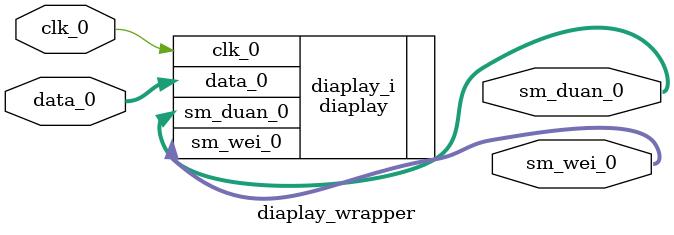
<source format=v>
`timescale 1 ps / 1 ps

module diaplay_wrapper
   (clk_0,
    data_0,
    sm_duan_0,
    sm_wei_0);
  input clk_0;
  input [15:0]data_0;
  output [6:0]sm_duan_0;
  output [3:0]sm_wei_0;

  wire clk_0;
  wire [15:0]data_0;
  wire [6:0]sm_duan_0;
  wire [3:0]sm_wei_0;

  diaplay diaplay_i
       (.clk_0(clk_0),
        .data_0(data_0),
        .sm_duan_0(sm_duan_0),
        .sm_wei_0(sm_wei_0));
endmodule

</source>
